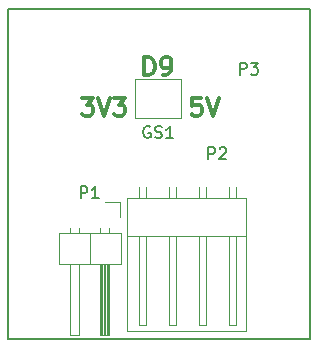
<source format=gbr>
G04 #@! TF.FileFunction,Legend,Top*
%FSLAX46Y46*%
G04 Gerber Fmt 4.6, Leading zero omitted, Abs format (unit mm)*
G04 Created by KiCad (PCBNEW 4.0.6) date 07/30/17 19:43:23*
%MOMM*%
%LPD*%
G01*
G04 APERTURE LIST*
%ADD10C,0.100000*%
%ADD11C,0.150000*%
%ADD12C,0.300000*%
%ADD13C,0.120000*%
G04 APERTURE END LIST*
D10*
D11*
X164241000Y-62745000D02*
X138701000Y-62745000D01*
X164241000Y-90675000D02*
X164241000Y-62745000D01*
X138701000Y-90675000D02*
X164241000Y-90675000D01*
X138701000Y-62745000D02*
X138701000Y-90675000D01*
D12*
X150213858Y-68353571D02*
X150213858Y-66853571D01*
X150571001Y-66853571D01*
X150785286Y-66925000D01*
X150928144Y-67067857D01*
X150999572Y-67210714D01*
X151071001Y-67496429D01*
X151071001Y-67710714D01*
X150999572Y-67996429D01*
X150928144Y-68139286D01*
X150785286Y-68282143D01*
X150571001Y-68353571D01*
X150213858Y-68353571D01*
X151785286Y-68353571D02*
X152071001Y-68353571D01*
X152213858Y-68282143D01*
X152285286Y-68210714D01*
X152428144Y-67996429D01*
X152499572Y-67710714D01*
X152499572Y-67139286D01*
X152428144Y-66996429D01*
X152356715Y-66925000D01*
X152213858Y-66853571D01*
X151928144Y-66853571D01*
X151785286Y-66925000D01*
X151713858Y-66996429D01*
X151642429Y-67139286D01*
X151642429Y-67496429D01*
X151713858Y-67639286D01*
X151785286Y-67710714D01*
X151928144Y-67782143D01*
X152213858Y-67782143D01*
X152356715Y-67710714D01*
X152428144Y-67639286D01*
X152499572Y-67496429D01*
X144929458Y-70273171D02*
X145858029Y-70273171D01*
X145358029Y-70844600D01*
X145572315Y-70844600D01*
X145715172Y-70916029D01*
X145786601Y-70987457D01*
X145858029Y-71130314D01*
X145858029Y-71487457D01*
X145786601Y-71630314D01*
X145715172Y-71701743D01*
X145572315Y-71773171D01*
X145143743Y-71773171D01*
X145000886Y-71701743D01*
X144929458Y-71630314D01*
X146286600Y-70273171D02*
X146786600Y-71773171D01*
X147286600Y-70273171D01*
X147643743Y-70273171D02*
X148572314Y-70273171D01*
X148072314Y-70844600D01*
X148286600Y-70844600D01*
X148429457Y-70916029D01*
X148500886Y-70987457D01*
X148572314Y-71130314D01*
X148572314Y-71487457D01*
X148500886Y-71630314D01*
X148429457Y-71701743D01*
X148286600Y-71773171D01*
X147858028Y-71773171D01*
X147715171Y-71701743D01*
X147643743Y-71630314D01*
X154984487Y-70273171D02*
X154270201Y-70273171D01*
X154198772Y-70987457D01*
X154270201Y-70916029D01*
X154413058Y-70844600D01*
X154770201Y-70844600D01*
X154913058Y-70916029D01*
X154984487Y-70987457D01*
X155055915Y-71130314D01*
X155055915Y-71487457D01*
X154984487Y-71630314D01*
X154913058Y-71701743D01*
X154770201Y-71773171D01*
X154413058Y-71773171D01*
X154270201Y-71701743D01*
X154198772Y-71630314D01*
X155484486Y-70273171D02*
X155984486Y-71773171D01*
X156484486Y-70273171D01*
D13*
X148191000Y-81695000D02*
X145591000Y-81695000D01*
X145591000Y-81695000D02*
X145591000Y-84315000D01*
X145591000Y-84315000D02*
X148191000Y-84315000D01*
X148191000Y-84315000D02*
X148191000Y-81695000D01*
X147241000Y-84315000D02*
X146481000Y-84315000D01*
X146481000Y-84315000D02*
X146481000Y-90315000D01*
X146481000Y-90315000D02*
X147241000Y-90315000D01*
X147241000Y-90315000D02*
X147241000Y-84315000D01*
X147241000Y-81265000D02*
X147241000Y-81695000D01*
X146481000Y-81265000D02*
X146481000Y-81695000D01*
X147121000Y-84315000D02*
X147121000Y-90315000D01*
X147001000Y-84315000D02*
X147001000Y-90315000D01*
X146881000Y-84315000D02*
X146881000Y-90315000D01*
X146761000Y-84315000D02*
X146761000Y-90315000D01*
X146641000Y-84315000D02*
X146641000Y-90315000D01*
X146521000Y-84315000D02*
X146521000Y-90315000D01*
X145591000Y-81695000D02*
X142991000Y-81695000D01*
X142991000Y-81695000D02*
X142991000Y-84315000D01*
X142991000Y-84315000D02*
X145591000Y-84315000D01*
X145591000Y-84315000D02*
X145591000Y-81695000D01*
X144701000Y-84315000D02*
X143941000Y-84315000D01*
X143941000Y-84315000D02*
X143941000Y-90315000D01*
X143941000Y-90315000D02*
X144701000Y-90315000D01*
X144701000Y-90315000D02*
X144701000Y-84315000D01*
X144701000Y-81265000D02*
X144701000Y-81695000D01*
X143941000Y-81265000D02*
X143941000Y-81695000D01*
X146861000Y-79085000D02*
X148131000Y-79085000D01*
X148131000Y-79085000D02*
X148131000Y-80355000D01*
X155437800Y-89538200D02*
X155437800Y-81938200D01*
X154797800Y-89538200D02*
X155437800Y-89538200D01*
X154797800Y-81938200D02*
X154797800Y-89538200D01*
X154797800Y-78738200D02*
X154797800Y-77838200D01*
X155437800Y-77838200D02*
X155437800Y-78738200D01*
X155437800Y-77838200D02*
X155437800Y-78738200D01*
X154797800Y-78738200D02*
X154797800Y-77838200D01*
X154797800Y-81938200D02*
X154797800Y-89538200D01*
X154797800Y-89538200D02*
X155437800Y-89538200D01*
X155437800Y-89538200D02*
X155437800Y-81938200D01*
X155437800Y-89538200D02*
X155437800Y-81938200D01*
X154797800Y-89538200D02*
X155437800Y-89538200D01*
X154797800Y-81938200D02*
X154797800Y-89538200D01*
X154797800Y-78738200D02*
X154797800Y-77838200D01*
X155437800Y-77838200D02*
X155437800Y-78738200D01*
X155437800Y-77838200D02*
X155437800Y-78738200D01*
X154797800Y-78738200D02*
X154797800Y-77838200D01*
X154797800Y-81938200D02*
X154797800Y-89538200D01*
X154797800Y-89538200D02*
X155437800Y-89538200D01*
X155437800Y-89538200D02*
X155437800Y-81938200D01*
X157977800Y-89538200D02*
X157977800Y-81938200D01*
X157337800Y-89538200D02*
X157977800Y-89538200D01*
X157337800Y-81938200D02*
X157337800Y-89538200D01*
X157337800Y-78738200D02*
X157337800Y-77838200D01*
X157977800Y-77838200D02*
X157977800Y-78738200D01*
X157977800Y-77838200D02*
X157977800Y-78738200D01*
X157337800Y-78738200D02*
X157337800Y-77838200D01*
X157337800Y-81938200D02*
X157337800Y-89538200D01*
X157337800Y-89538200D02*
X157977800Y-89538200D01*
X157977800Y-89538200D02*
X157977800Y-81938200D01*
X157977800Y-89538200D02*
X157977800Y-81938200D01*
X157337800Y-89538200D02*
X157977800Y-89538200D01*
X157337800Y-81938200D02*
X157337800Y-89538200D01*
X157337800Y-78738200D02*
X157337800Y-77838200D01*
X157977800Y-77838200D02*
X157977800Y-78738200D01*
X157977800Y-77838200D02*
X157977800Y-78738200D01*
X157337800Y-78738200D02*
X157337800Y-77838200D01*
X157337800Y-81938200D02*
X157337800Y-89538200D01*
X157337800Y-89538200D02*
X157977800Y-89538200D01*
X157977800Y-89538200D02*
X157977800Y-81938200D01*
X152897800Y-89538200D02*
X152897800Y-81938200D01*
X152257800Y-89538200D02*
X152897800Y-89538200D01*
X152257800Y-81938200D02*
X152257800Y-89538200D01*
X152257800Y-78738200D02*
X152257800Y-77838200D01*
X152897800Y-77838200D02*
X152897800Y-78738200D01*
X152897800Y-77838200D02*
X152897800Y-78738200D01*
X152257800Y-78738200D02*
X152257800Y-77838200D01*
X152257800Y-81938200D02*
X152257800Y-89538200D01*
X152257800Y-89538200D02*
X152897800Y-89538200D01*
X152897800Y-89538200D02*
X152897800Y-81938200D01*
X152897800Y-89538200D02*
X152897800Y-81938200D01*
X152257800Y-89538200D02*
X152897800Y-89538200D01*
X152257800Y-81938200D02*
X152257800Y-89538200D01*
X152257800Y-78738200D02*
X152257800Y-77838200D01*
X152897800Y-77838200D02*
X152897800Y-78738200D01*
X152897800Y-77838200D02*
X152897800Y-78738200D01*
X152257800Y-78738200D02*
X152257800Y-77838200D01*
X152257800Y-81938200D02*
X152257800Y-89538200D01*
X152257800Y-89538200D02*
X152897800Y-89538200D01*
X152897800Y-89538200D02*
X152897800Y-81938200D01*
X150357800Y-89538200D02*
X150357800Y-81938200D01*
X149717800Y-89538200D02*
X150357800Y-89538200D01*
X149717800Y-81938200D02*
X149717800Y-89538200D01*
X149717800Y-78738200D02*
X149717800Y-77838200D01*
X150357800Y-77838200D02*
X150357800Y-78738200D01*
X150357800Y-77838200D02*
X150357800Y-78738200D01*
X149717800Y-78738200D02*
X149717800Y-77838200D01*
X149717800Y-81938200D02*
X149717800Y-89538200D01*
X149717800Y-89538200D02*
X150357800Y-89538200D01*
X150357800Y-89538200D02*
X150357800Y-81938200D01*
X150357800Y-89538200D02*
X150357800Y-81938200D01*
X149717800Y-89538200D02*
X150357800Y-89538200D01*
X149717800Y-81938200D02*
X149717800Y-89538200D01*
X149717800Y-78738200D02*
X149717800Y-77838200D01*
X150357800Y-77838200D02*
X150357800Y-78738200D01*
X150357800Y-77838200D02*
X150357800Y-78738200D01*
X149717800Y-78738200D02*
X149717800Y-77838200D01*
X149717800Y-81938200D02*
X149717800Y-89538200D01*
X149717800Y-89538200D02*
X150357800Y-89538200D01*
X150357800Y-89538200D02*
X150357800Y-81938200D01*
X158847800Y-81938200D02*
X148747800Y-81938200D01*
X148747800Y-78738200D02*
X148747800Y-90048200D01*
X148747800Y-90048200D02*
X158847800Y-90048200D01*
X158847800Y-90048200D02*
X158847800Y-78738200D01*
X158847800Y-78738200D02*
X148747800Y-78738200D01*
X153268600Y-70204600D02*
X153268600Y-68674600D01*
X149448600Y-70204600D02*
X149448600Y-68674600D01*
X153268600Y-68674600D02*
X149448600Y-68674600D01*
X149448600Y-70204600D02*
X149448600Y-71984600D01*
X149448600Y-71984600D02*
X153268600Y-71984600D01*
X153268600Y-70204600D02*
X153268600Y-71984600D01*
D11*
X144802105Y-78775381D02*
X144802105Y-77775381D01*
X145183058Y-77775381D01*
X145278296Y-77823000D01*
X145325915Y-77870619D01*
X145373534Y-77965857D01*
X145373534Y-78108714D01*
X145325915Y-78203952D01*
X145278296Y-78251571D01*
X145183058Y-78299190D01*
X144802105Y-78299190D01*
X146325915Y-78775381D02*
X145754486Y-78775381D01*
X146040200Y-78775381D02*
X146040200Y-77775381D01*
X145944962Y-77918238D01*
X145849724Y-78013476D01*
X145754486Y-78061095D01*
X155622905Y-75467381D02*
X155622905Y-74467381D01*
X156003858Y-74467381D01*
X156099096Y-74515000D01*
X156146715Y-74562619D01*
X156194334Y-74657857D01*
X156194334Y-74800714D01*
X156146715Y-74895952D01*
X156099096Y-74943571D01*
X156003858Y-74991190D01*
X155622905Y-74991190D01*
X156575286Y-74562619D02*
X156622905Y-74515000D01*
X156718143Y-74467381D01*
X156956239Y-74467381D01*
X157051477Y-74515000D01*
X157099096Y-74562619D01*
X157146715Y-74657857D01*
X157146715Y-74753095D01*
X157099096Y-74895952D01*
X156527667Y-75467381D01*
X157146715Y-75467381D01*
X150680524Y-72725000D02*
X150585286Y-72677381D01*
X150442429Y-72677381D01*
X150299571Y-72725000D01*
X150204333Y-72820238D01*
X150156714Y-72915476D01*
X150109095Y-73105952D01*
X150109095Y-73248810D01*
X150156714Y-73439286D01*
X150204333Y-73534524D01*
X150299571Y-73629762D01*
X150442429Y-73677381D01*
X150537667Y-73677381D01*
X150680524Y-73629762D01*
X150728143Y-73582143D01*
X150728143Y-73248810D01*
X150537667Y-73248810D01*
X151109095Y-73629762D02*
X151251952Y-73677381D01*
X151490048Y-73677381D01*
X151585286Y-73629762D01*
X151632905Y-73582143D01*
X151680524Y-73486905D01*
X151680524Y-73391667D01*
X151632905Y-73296429D01*
X151585286Y-73248810D01*
X151490048Y-73201190D01*
X151299571Y-73153571D01*
X151204333Y-73105952D01*
X151156714Y-73058333D01*
X151109095Y-72963095D01*
X151109095Y-72867857D01*
X151156714Y-72772619D01*
X151204333Y-72725000D01*
X151299571Y-72677381D01*
X151537667Y-72677381D01*
X151680524Y-72725000D01*
X152632905Y-73677381D02*
X152061476Y-73677381D01*
X152347190Y-73677381D02*
X152347190Y-72677381D01*
X152251952Y-72820238D01*
X152156714Y-72915476D01*
X152061476Y-72963095D01*
X158292905Y-68307381D02*
X158292905Y-67307381D01*
X158673858Y-67307381D01*
X158769096Y-67355000D01*
X158816715Y-67402619D01*
X158864334Y-67497857D01*
X158864334Y-67640714D01*
X158816715Y-67735952D01*
X158769096Y-67783571D01*
X158673858Y-67831190D01*
X158292905Y-67831190D01*
X159197667Y-67307381D02*
X159816715Y-67307381D01*
X159483381Y-67688333D01*
X159626239Y-67688333D01*
X159721477Y-67735952D01*
X159769096Y-67783571D01*
X159816715Y-67878810D01*
X159816715Y-68116905D01*
X159769096Y-68212143D01*
X159721477Y-68259762D01*
X159626239Y-68307381D01*
X159340524Y-68307381D01*
X159245286Y-68259762D01*
X159197667Y-68212143D01*
M02*

</source>
